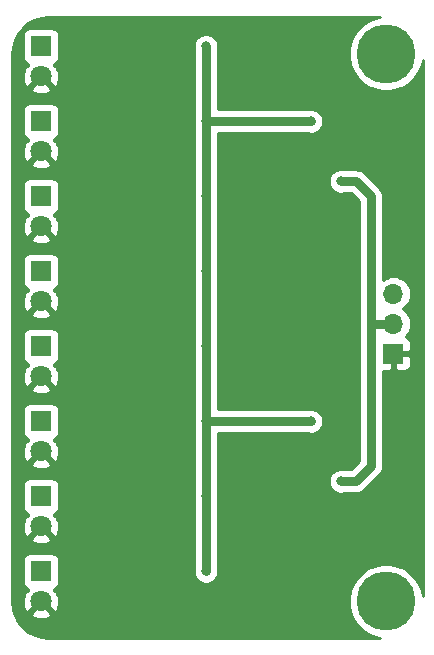
<source format=gbl>
G04 #@! TF.GenerationSoftware,KiCad,Pcbnew,(6.0.0-rc1-dev)*
G04 #@! TF.CreationDate,2018-08-10T23:31:36+02:00*
G04 #@! TF.ProjectId,receiver,72656365697665722E6B696361645F70,rev?*
G04 #@! TF.SameCoordinates,PX6ed25c8PY45a45e8*
G04 #@! TF.FileFunction,Copper,L2,Bot,Signal*
G04 #@! TF.FilePolarity,Positive*
%FSLAX46Y46*%
G04 Gerber Fmt 4.6, Leading zero omitted, Abs format (unit mm)*
G04 Created by KiCad (PCBNEW (6.0.0-rc1-dev)) date Fri Aug 10 23:31:36 2018*
%MOMM*%
%LPD*%
G01*
G04 APERTURE LIST*
G04 #@! TA.AperFunction,ComponentPad*
%ADD10C,5.000000*%
G04 #@! TD*
G04 #@! TA.AperFunction,ComponentPad*
%ADD11R,1.700000X1.700000*%
G04 #@! TD*
G04 #@! TA.AperFunction,ComponentPad*
%ADD12O,1.700000X1.700000*%
G04 #@! TD*
G04 #@! TA.AperFunction,ComponentPad*
%ADD13C,1.800000*%
G04 #@! TD*
G04 #@! TA.AperFunction,ComponentPad*
%ADD14R,1.800000X1.800000*%
G04 #@! TD*
G04 #@! TA.AperFunction,ViaPad*
%ADD15C,0.800000*%
G04 #@! TD*
G04 #@! TA.AperFunction,Conductor*
%ADD16C,0.750000*%
G04 #@! TD*
G04 #@! TA.AperFunction,Conductor*
%ADD17C,0.254000*%
G04 #@! TD*
G04 APERTURE END LIST*
D10*
G04 #@! TO.P,REF\002A\002A,1*
G04 #@! TO.N,N/C*
X32385000Y-50165000D03*
G04 #@! TD*
D11*
G04 #@! TO.P,J1,1*
G04 #@! TO.N,GND*
X33020000Y-29210000D03*
D12*
G04 #@! TO.P,J1,2*
G04 #@! TO.N,trigger*
X33020000Y-26670000D03*
G04 #@! TO.P,J1,3*
G04 #@! TO.N,+5V*
X33020000Y-24130000D03*
G04 #@! TD*
D13*
G04 #@! TO.P,D7,2*
G04 #@! TO.N,GND*
X3175000Y-43815000D03*
D14*
G04 #@! TO.P,D7,1*
G04 #@! TO.N,Net-(D7-Pad1)*
X3175000Y-41275000D03*
G04 #@! TD*
G04 #@! TO.P,D6,1*
G04 #@! TO.N,Net-(D6-Pad1)*
X3175000Y-34925000D03*
D13*
G04 #@! TO.P,D6,2*
G04 #@! TO.N,GND*
X3175000Y-37465000D03*
G04 #@! TD*
G04 #@! TO.P,D5,2*
G04 #@! TO.N,GND*
X3175000Y-31115000D03*
D14*
G04 #@! TO.P,D5,1*
G04 #@! TO.N,Net-(D5-Pad1)*
X3175000Y-28575000D03*
G04 #@! TD*
G04 #@! TO.P,D4,1*
G04 #@! TO.N,Net-(D4-Pad1)*
X3175000Y-22225000D03*
D13*
G04 #@! TO.P,D4,2*
G04 #@! TO.N,GND*
X3175000Y-24765000D03*
G04 #@! TD*
G04 #@! TO.P,D3,2*
G04 #@! TO.N,GND*
X3175000Y-18415000D03*
D14*
G04 #@! TO.P,D3,1*
G04 #@! TO.N,Net-(D3-Pad1)*
X3175000Y-15875000D03*
G04 #@! TD*
G04 #@! TO.P,D2,1*
G04 #@! TO.N,Net-(D2-Pad1)*
X3175000Y-9525000D03*
D13*
G04 #@! TO.P,D2,2*
G04 #@! TO.N,GND*
X3175000Y-12065000D03*
G04 #@! TD*
G04 #@! TO.P,D1,2*
G04 #@! TO.N,GND*
X3175000Y-5715000D03*
D14*
G04 #@! TO.P,D1,1*
G04 #@! TO.N,Net-(D1-Pad1)*
X3175000Y-3175000D03*
G04 #@! TD*
G04 #@! TO.P,D8,1*
G04 #@! TO.N,Net-(D8-Pad1)*
X3175000Y-47625000D03*
D13*
G04 #@! TO.P,D8,2*
G04 #@! TO.N,GND*
X3175000Y-50165000D03*
G04 #@! TD*
D10*
G04 #@! TO.P,REF\002A\002A,1*
G04 #@! TO.N,N/C*
X32385000Y-3810000D03*
G04 #@! TD*
D15*
G04 #@! TO.N,+5V*
X26035000Y-34925000D03*
X26035000Y-9525000D03*
X17145000Y-47625000D03*
X17145000Y-41275000D03*
X17145000Y-34925000D03*
X17145000Y-28575000D03*
X17145000Y-22225000D03*
X17145000Y-15875000D03*
X17145000Y-3175000D03*
X17145000Y-9525000D03*
G04 #@! TO.N,trigger*
X28575000Y-40005000D03*
X28575000Y-14605000D03*
G04 #@! TD*
D16*
G04 #@! TO.N,+5V*
X17145000Y-34925000D02*
X26035000Y-34925000D01*
X17145000Y-9525000D02*
X26035000Y-9525000D01*
X17145000Y-41275000D02*
X17145000Y-47625000D01*
X17145000Y-34925000D02*
X17145000Y-41275000D01*
X17145000Y-28575000D02*
X17145000Y-34925000D01*
X17145000Y-22225000D02*
X17145000Y-28575000D01*
X17145000Y-15875000D02*
X17145000Y-22225000D01*
X17145000Y-10160000D02*
X17145000Y-15875000D01*
X17145000Y-3175000D02*
X17145000Y-10160000D01*
G04 #@! TO.N,trigger*
X29845000Y-14605000D02*
X31115000Y-15875000D01*
X28575000Y-14605000D02*
X29845000Y-14605000D01*
X31115000Y-15875000D02*
X31115000Y-26670000D01*
X29845000Y-40005000D02*
X31115000Y-38735000D01*
X31115000Y-26670000D02*
X31115000Y-38735000D01*
X28575000Y-40005000D02*
X29845000Y-40005000D01*
X31115000Y-26670000D02*
X33020000Y-26670000D01*
G04 #@! TD*
D17*
G04 #@! TO.N,GND*
G36*
X31470554Y-795476D02*
X30900021Y-1031799D01*
X30386554Y-1374886D01*
X29949886Y-1811554D01*
X29606799Y-2325021D01*
X29370476Y-2895554D01*
X29250000Y-3501229D01*
X29250000Y-4118771D01*
X29370476Y-4724446D01*
X29606799Y-5294979D01*
X29949886Y-5808446D01*
X30386554Y-6245114D01*
X30900021Y-6588201D01*
X31470554Y-6824524D01*
X32076229Y-6945000D01*
X32693771Y-6945000D01*
X33299446Y-6824524D01*
X33869979Y-6588201D01*
X34383446Y-6245114D01*
X34820114Y-5808446D01*
X35163201Y-5294979D01*
X35399524Y-4724446D01*
X35485001Y-4294723D01*
X35485000Y-49680272D01*
X35399524Y-49250554D01*
X35163201Y-48680021D01*
X34820114Y-48166554D01*
X34383446Y-47729886D01*
X33869979Y-47386799D01*
X33299446Y-47150476D01*
X32693771Y-47030000D01*
X32076229Y-47030000D01*
X31470554Y-47150476D01*
X30900021Y-47386799D01*
X30386554Y-47729886D01*
X29949886Y-48166554D01*
X29606799Y-48680021D01*
X29370476Y-49250554D01*
X29250000Y-49856229D01*
X29250000Y-50473771D01*
X29370476Y-51079446D01*
X29606799Y-51649979D01*
X29949886Y-52163446D01*
X30386554Y-52600114D01*
X30900021Y-52943201D01*
X31470554Y-53179524D01*
X31900272Y-53265000D01*
X3844720Y-53265000D01*
X3208538Y-53202622D01*
X2629979Y-53027944D01*
X2096373Y-52744221D01*
X1628031Y-52362251D01*
X1242807Y-51896595D01*
X955364Y-51364983D01*
X913296Y-51229080D01*
X2290525Y-51229080D01*
X2374208Y-51483261D01*
X2646775Y-51614158D01*
X2939642Y-51689365D01*
X3241553Y-51705991D01*
X3540907Y-51663397D01*
X3826199Y-51563222D01*
X3975792Y-51483261D01*
X4059475Y-51229080D01*
X3175000Y-50344605D01*
X2290525Y-51229080D01*
X913296Y-51229080D01*
X776652Y-50787657D01*
X718204Y-50231553D01*
X1634009Y-50231553D01*
X1676603Y-50530907D01*
X1776778Y-50816199D01*
X1856739Y-50965792D01*
X2110920Y-51049475D01*
X2995395Y-50165000D01*
X2981253Y-50150858D01*
X3160858Y-49971253D01*
X3175000Y-49985395D01*
X3189143Y-49971253D01*
X3368748Y-50150858D01*
X3354605Y-50165000D01*
X4239080Y-51049475D01*
X4493261Y-50965792D01*
X4624158Y-50693225D01*
X4699365Y-50400358D01*
X4715991Y-50098447D01*
X4673397Y-49799093D01*
X4573222Y-49513801D01*
X4493261Y-49364208D01*
X4239082Y-49280526D01*
X4355030Y-49164578D01*
X4308265Y-49117813D01*
X4319180Y-49114502D01*
X4429494Y-49055537D01*
X4526185Y-48976185D01*
X4605537Y-48879494D01*
X4664502Y-48769180D01*
X4700812Y-48649482D01*
X4713072Y-48525000D01*
X4713072Y-46725000D01*
X4700812Y-46600518D01*
X4664502Y-46480820D01*
X4605537Y-46370506D01*
X4526185Y-46273815D01*
X4429494Y-46194463D01*
X4319180Y-46135498D01*
X4199482Y-46099188D01*
X4075000Y-46086928D01*
X2275000Y-46086928D01*
X2150518Y-46099188D01*
X2030820Y-46135498D01*
X1920506Y-46194463D01*
X1823815Y-46273815D01*
X1744463Y-46370506D01*
X1685498Y-46480820D01*
X1649188Y-46600518D01*
X1636928Y-46725000D01*
X1636928Y-48525000D01*
X1649188Y-48649482D01*
X1685498Y-48769180D01*
X1744463Y-48879494D01*
X1823815Y-48976185D01*
X1920506Y-49055537D01*
X2030820Y-49114502D01*
X2041735Y-49117813D01*
X1994970Y-49164578D01*
X2110918Y-49280526D01*
X1856739Y-49364208D01*
X1725842Y-49636775D01*
X1650635Y-49929642D01*
X1634009Y-50231553D01*
X718204Y-50231553D01*
X710000Y-50153501D01*
X710000Y-44879080D01*
X2290525Y-44879080D01*
X2374208Y-45133261D01*
X2646775Y-45264158D01*
X2939642Y-45339365D01*
X3241553Y-45355991D01*
X3540907Y-45313397D01*
X3826199Y-45213222D01*
X3975792Y-45133261D01*
X4059475Y-44879080D01*
X3175000Y-43994605D01*
X2290525Y-44879080D01*
X710000Y-44879080D01*
X710000Y-43881553D01*
X1634009Y-43881553D01*
X1676603Y-44180907D01*
X1776778Y-44466199D01*
X1856739Y-44615792D01*
X2110920Y-44699475D01*
X2995395Y-43815000D01*
X2981253Y-43800858D01*
X3160858Y-43621253D01*
X3175000Y-43635395D01*
X3189143Y-43621253D01*
X3368748Y-43800858D01*
X3354605Y-43815000D01*
X4239080Y-44699475D01*
X4493261Y-44615792D01*
X4624158Y-44343225D01*
X4699365Y-44050358D01*
X4715991Y-43748447D01*
X4673397Y-43449093D01*
X4573222Y-43163801D01*
X4493261Y-43014208D01*
X4239082Y-42930526D01*
X4355030Y-42814578D01*
X4308265Y-42767813D01*
X4319180Y-42764502D01*
X4429494Y-42705537D01*
X4526185Y-42626185D01*
X4605537Y-42529494D01*
X4664502Y-42419180D01*
X4700812Y-42299482D01*
X4713072Y-42175000D01*
X4713072Y-40375000D01*
X4700812Y-40250518D01*
X4664502Y-40130820D01*
X4605537Y-40020506D01*
X4526185Y-39923815D01*
X4429494Y-39844463D01*
X4319180Y-39785498D01*
X4199482Y-39749188D01*
X4075000Y-39736928D01*
X2275000Y-39736928D01*
X2150518Y-39749188D01*
X2030820Y-39785498D01*
X1920506Y-39844463D01*
X1823815Y-39923815D01*
X1744463Y-40020506D01*
X1685498Y-40130820D01*
X1649188Y-40250518D01*
X1636928Y-40375000D01*
X1636928Y-42175000D01*
X1649188Y-42299482D01*
X1685498Y-42419180D01*
X1744463Y-42529494D01*
X1823815Y-42626185D01*
X1920506Y-42705537D01*
X2030820Y-42764502D01*
X2041735Y-42767813D01*
X1994970Y-42814578D01*
X2110918Y-42930526D01*
X1856739Y-43014208D01*
X1725842Y-43286775D01*
X1650635Y-43579642D01*
X1634009Y-43881553D01*
X710000Y-43881553D01*
X710000Y-38529080D01*
X2290525Y-38529080D01*
X2374208Y-38783261D01*
X2646775Y-38914158D01*
X2939642Y-38989365D01*
X3241553Y-39005991D01*
X3540907Y-38963397D01*
X3826199Y-38863222D01*
X3975792Y-38783261D01*
X4059475Y-38529080D01*
X3175000Y-37644605D01*
X2290525Y-38529080D01*
X710000Y-38529080D01*
X710000Y-37531553D01*
X1634009Y-37531553D01*
X1676603Y-37830907D01*
X1776778Y-38116199D01*
X1856739Y-38265792D01*
X2110920Y-38349475D01*
X2995395Y-37465000D01*
X2981253Y-37450858D01*
X3160858Y-37271253D01*
X3175000Y-37285395D01*
X3189143Y-37271253D01*
X3368748Y-37450858D01*
X3354605Y-37465000D01*
X4239080Y-38349475D01*
X4493261Y-38265792D01*
X4624158Y-37993225D01*
X4699365Y-37700358D01*
X4715991Y-37398447D01*
X4673397Y-37099093D01*
X4573222Y-36813801D01*
X4493261Y-36664208D01*
X4239082Y-36580526D01*
X4355030Y-36464578D01*
X4308265Y-36417813D01*
X4319180Y-36414502D01*
X4429494Y-36355537D01*
X4526185Y-36276185D01*
X4605537Y-36179494D01*
X4664502Y-36069180D01*
X4700812Y-35949482D01*
X4713072Y-35825000D01*
X4713072Y-34025000D01*
X4700812Y-33900518D01*
X4664502Y-33780820D01*
X4605537Y-33670506D01*
X4526185Y-33573815D01*
X4429494Y-33494463D01*
X4319180Y-33435498D01*
X4199482Y-33399188D01*
X4075000Y-33386928D01*
X2275000Y-33386928D01*
X2150518Y-33399188D01*
X2030820Y-33435498D01*
X1920506Y-33494463D01*
X1823815Y-33573815D01*
X1744463Y-33670506D01*
X1685498Y-33780820D01*
X1649188Y-33900518D01*
X1636928Y-34025000D01*
X1636928Y-35825000D01*
X1649188Y-35949482D01*
X1685498Y-36069180D01*
X1744463Y-36179494D01*
X1823815Y-36276185D01*
X1920506Y-36355537D01*
X2030820Y-36414502D01*
X2041735Y-36417813D01*
X1994970Y-36464578D01*
X2110918Y-36580526D01*
X1856739Y-36664208D01*
X1725842Y-36936775D01*
X1650635Y-37229642D01*
X1634009Y-37531553D01*
X710000Y-37531553D01*
X710000Y-32179080D01*
X2290525Y-32179080D01*
X2374208Y-32433261D01*
X2646775Y-32564158D01*
X2939642Y-32639365D01*
X3241553Y-32655991D01*
X3540907Y-32613397D01*
X3826199Y-32513222D01*
X3975792Y-32433261D01*
X4059475Y-32179080D01*
X3175000Y-31294605D01*
X2290525Y-32179080D01*
X710000Y-32179080D01*
X710000Y-31181553D01*
X1634009Y-31181553D01*
X1676603Y-31480907D01*
X1776778Y-31766199D01*
X1856739Y-31915792D01*
X2110920Y-31999475D01*
X2995395Y-31115000D01*
X2981253Y-31100858D01*
X3160858Y-30921253D01*
X3175000Y-30935395D01*
X3189143Y-30921253D01*
X3368748Y-31100858D01*
X3354605Y-31115000D01*
X4239080Y-31999475D01*
X4493261Y-31915792D01*
X4624158Y-31643225D01*
X4699365Y-31350358D01*
X4715991Y-31048447D01*
X4673397Y-30749093D01*
X4573222Y-30463801D01*
X4493261Y-30314208D01*
X4239082Y-30230526D01*
X4355030Y-30114578D01*
X4308265Y-30067813D01*
X4319180Y-30064502D01*
X4429494Y-30005537D01*
X4526185Y-29926185D01*
X4605537Y-29829494D01*
X4664502Y-29719180D01*
X4700812Y-29599482D01*
X4713072Y-29475000D01*
X4713072Y-27675000D01*
X4700812Y-27550518D01*
X4664502Y-27430820D01*
X4605537Y-27320506D01*
X4526185Y-27223815D01*
X4429494Y-27144463D01*
X4319180Y-27085498D01*
X4199482Y-27049188D01*
X4075000Y-27036928D01*
X2275000Y-27036928D01*
X2150518Y-27049188D01*
X2030820Y-27085498D01*
X1920506Y-27144463D01*
X1823815Y-27223815D01*
X1744463Y-27320506D01*
X1685498Y-27430820D01*
X1649188Y-27550518D01*
X1636928Y-27675000D01*
X1636928Y-29475000D01*
X1649188Y-29599482D01*
X1685498Y-29719180D01*
X1744463Y-29829494D01*
X1823815Y-29926185D01*
X1920506Y-30005537D01*
X2030820Y-30064502D01*
X2041735Y-30067813D01*
X1994970Y-30114578D01*
X2110918Y-30230526D01*
X1856739Y-30314208D01*
X1725842Y-30586775D01*
X1650635Y-30879642D01*
X1634009Y-31181553D01*
X710000Y-31181553D01*
X710000Y-25829080D01*
X2290525Y-25829080D01*
X2374208Y-26083261D01*
X2646775Y-26214158D01*
X2939642Y-26289365D01*
X3241553Y-26305991D01*
X3540907Y-26263397D01*
X3826199Y-26163222D01*
X3975792Y-26083261D01*
X4059475Y-25829080D01*
X3175000Y-24944605D01*
X2290525Y-25829080D01*
X710000Y-25829080D01*
X710000Y-24831553D01*
X1634009Y-24831553D01*
X1676603Y-25130907D01*
X1776778Y-25416199D01*
X1856739Y-25565792D01*
X2110920Y-25649475D01*
X2995395Y-24765000D01*
X2981253Y-24750858D01*
X3160858Y-24571253D01*
X3175000Y-24585395D01*
X3189143Y-24571253D01*
X3368748Y-24750858D01*
X3354605Y-24765000D01*
X4239080Y-25649475D01*
X4493261Y-25565792D01*
X4624158Y-25293225D01*
X4699365Y-25000358D01*
X4715991Y-24698447D01*
X4673397Y-24399093D01*
X4573222Y-24113801D01*
X4493261Y-23964208D01*
X4239082Y-23880526D01*
X4355030Y-23764578D01*
X4308265Y-23717813D01*
X4319180Y-23714502D01*
X4429494Y-23655537D01*
X4526185Y-23576185D01*
X4605537Y-23479494D01*
X4664502Y-23369180D01*
X4700812Y-23249482D01*
X4713072Y-23125000D01*
X4713072Y-21325000D01*
X4700812Y-21200518D01*
X4664502Y-21080820D01*
X4605537Y-20970506D01*
X4526185Y-20873815D01*
X4429494Y-20794463D01*
X4319180Y-20735498D01*
X4199482Y-20699188D01*
X4075000Y-20686928D01*
X2275000Y-20686928D01*
X2150518Y-20699188D01*
X2030820Y-20735498D01*
X1920506Y-20794463D01*
X1823815Y-20873815D01*
X1744463Y-20970506D01*
X1685498Y-21080820D01*
X1649188Y-21200518D01*
X1636928Y-21325000D01*
X1636928Y-23125000D01*
X1649188Y-23249482D01*
X1685498Y-23369180D01*
X1744463Y-23479494D01*
X1823815Y-23576185D01*
X1920506Y-23655537D01*
X2030820Y-23714502D01*
X2041735Y-23717813D01*
X1994970Y-23764578D01*
X2110918Y-23880526D01*
X1856739Y-23964208D01*
X1725842Y-24236775D01*
X1650635Y-24529642D01*
X1634009Y-24831553D01*
X710000Y-24831553D01*
X710000Y-19479080D01*
X2290525Y-19479080D01*
X2374208Y-19733261D01*
X2646775Y-19864158D01*
X2939642Y-19939365D01*
X3241553Y-19955991D01*
X3540907Y-19913397D01*
X3826199Y-19813222D01*
X3975792Y-19733261D01*
X4059475Y-19479080D01*
X3175000Y-18594605D01*
X2290525Y-19479080D01*
X710000Y-19479080D01*
X710000Y-18481553D01*
X1634009Y-18481553D01*
X1676603Y-18780907D01*
X1776778Y-19066199D01*
X1856739Y-19215792D01*
X2110920Y-19299475D01*
X2995395Y-18415000D01*
X2981253Y-18400858D01*
X3160858Y-18221253D01*
X3175000Y-18235395D01*
X3189143Y-18221253D01*
X3368748Y-18400858D01*
X3354605Y-18415000D01*
X4239080Y-19299475D01*
X4493261Y-19215792D01*
X4624158Y-18943225D01*
X4699365Y-18650358D01*
X4715991Y-18348447D01*
X4673397Y-18049093D01*
X4573222Y-17763801D01*
X4493261Y-17614208D01*
X4239082Y-17530526D01*
X4355030Y-17414578D01*
X4308265Y-17367813D01*
X4319180Y-17364502D01*
X4429494Y-17305537D01*
X4526185Y-17226185D01*
X4605537Y-17129494D01*
X4664502Y-17019180D01*
X4700812Y-16899482D01*
X4713072Y-16775000D01*
X4713072Y-14975000D01*
X4700812Y-14850518D01*
X4664502Y-14730820D01*
X4605537Y-14620506D01*
X4526185Y-14523815D01*
X4429494Y-14444463D01*
X4319180Y-14385498D01*
X4199482Y-14349188D01*
X4075000Y-14336928D01*
X2275000Y-14336928D01*
X2150518Y-14349188D01*
X2030820Y-14385498D01*
X1920506Y-14444463D01*
X1823815Y-14523815D01*
X1744463Y-14620506D01*
X1685498Y-14730820D01*
X1649188Y-14850518D01*
X1636928Y-14975000D01*
X1636928Y-16775000D01*
X1649188Y-16899482D01*
X1685498Y-17019180D01*
X1744463Y-17129494D01*
X1823815Y-17226185D01*
X1920506Y-17305537D01*
X2030820Y-17364502D01*
X2041735Y-17367813D01*
X1994970Y-17414578D01*
X2110918Y-17530526D01*
X1856739Y-17614208D01*
X1725842Y-17886775D01*
X1650635Y-18179642D01*
X1634009Y-18481553D01*
X710000Y-18481553D01*
X710000Y-13129080D01*
X2290525Y-13129080D01*
X2374208Y-13383261D01*
X2646775Y-13514158D01*
X2939642Y-13589365D01*
X3241553Y-13605991D01*
X3540907Y-13563397D01*
X3826199Y-13463222D01*
X3975792Y-13383261D01*
X4059475Y-13129080D01*
X3175000Y-12244605D01*
X2290525Y-13129080D01*
X710000Y-13129080D01*
X710000Y-12131553D01*
X1634009Y-12131553D01*
X1676603Y-12430907D01*
X1776778Y-12716199D01*
X1856739Y-12865792D01*
X2110920Y-12949475D01*
X2995395Y-12065000D01*
X2981253Y-12050858D01*
X3160858Y-11871253D01*
X3175000Y-11885395D01*
X3189143Y-11871253D01*
X3368748Y-12050858D01*
X3354605Y-12065000D01*
X4239080Y-12949475D01*
X4493261Y-12865792D01*
X4624158Y-12593225D01*
X4699365Y-12300358D01*
X4715991Y-11998447D01*
X4673397Y-11699093D01*
X4573222Y-11413801D01*
X4493261Y-11264208D01*
X4239082Y-11180526D01*
X4355030Y-11064578D01*
X4308265Y-11017813D01*
X4319180Y-11014502D01*
X4429494Y-10955537D01*
X4526185Y-10876185D01*
X4605537Y-10779494D01*
X4664502Y-10669180D01*
X4700812Y-10549482D01*
X4713072Y-10425000D01*
X4713072Y-8625000D01*
X4700812Y-8500518D01*
X4664502Y-8380820D01*
X4605537Y-8270506D01*
X4526185Y-8173815D01*
X4429494Y-8094463D01*
X4319180Y-8035498D01*
X4199482Y-7999188D01*
X4075000Y-7986928D01*
X2275000Y-7986928D01*
X2150518Y-7999188D01*
X2030820Y-8035498D01*
X1920506Y-8094463D01*
X1823815Y-8173815D01*
X1744463Y-8270506D01*
X1685498Y-8380820D01*
X1649188Y-8500518D01*
X1636928Y-8625000D01*
X1636928Y-10425000D01*
X1649188Y-10549482D01*
X1685498Y-10669180D01*
X1744463Y-10779494D01*
X1823815Y-10876185D01*
X1920506Y-10955537D01*
X2030820Y-11014502D01*
X2041735Y-11017813D01*
X1994970Y-11064578D01*
X2110918Y-11180526D01*
X1856739Y-11264208D01*
X1725842Y-11536775D01*
X1650635Y-11829642D01*
X1634009Y-12131553D01*
X710000Y-12131553D01*
X710000Y-6779080D01*
X2290525Y-6779080D01*
X2374208Y-7033261D01*
X2646775Y-7164158D01*
X2939642Y-7239365D01*
X3241553Y-7255991D01*
X3540907Y-7213397D01*
X3826199Y-7113222D01*
X3975792Y-7033261D01*
X4059475Y-6779080D01*
X3175000Y-5894605D01*
X2290525Y-6779080D01*
X710000Y-6779080D01*
X710000Y-5781553D01*
X1634009Y-5781553D01*
X1676603Y-6080907D01*
X1776778Y-6366199D01*
X1856739Y-6515792D01*
X2110920Y-6599475D01*
X2995395Y-5715000D01*
X2981253Y-5700858D01*
X3160858Y-5521253D01*
X3175000Y-5535395D01*
X3189143Y-5521253D01*
X3368748Y-5700858D01*
X3354605Y-5715000D01*
X4239080Y-6599475D01*
X4493261Y-6515792D01*
X4624158Y-6243225D01*
X4699365Y-5950358D01*
X4715991Y-5648447D01*
X4673397Y-5349093D01*
X4573222Y-5063801D01*
X4493261Y-4914208D01*
X4239082Y-4830526D01*
X4355030Y-4714578D01*
X4308265Y-4667813D01*
X4319180Y-4664502D01*
X4429494Y-4605537D01*
X4526185Y-4526185D01*
X4605537Y-4429494D01*
X4664502Y-4319180D01*
X4700812Y-4199482D01*
X4713072Y-4075000D01*
X4713072Y-3073061D01*
X16110000Y-3073061D01*
X16110000Y-3276939D01*
X16135000Y-3402624D01*
X16135001Y-9297372D01*
X16110000Y-9423061D01*
X16110000Y-9626939D01*
X16135001Y-9752628D01*
X16135001Y-10110383D01*
X16135000Y-10110393D01*
X16135001Y-15647372D01*
X16110000Y-15773061D01*
X16110000Y-15976939D01*
X16135000Y-16102624D01*
X16135001Y-21997372D01*
X16110000Y-22123061D01*
X16110000Y-22326939D01*
X16135000Y-22452624D01*
X16135001Y-28347372D01*
X16110000Y-28473061D01*
X16110000Y-28676939D01*
X16135000Y-28802624D01*
X16135001Y-34697372D01*
X16110000Y-34823061D01*
X16110000Y-35026939D01*
X16135000Y-35152624D01*
X16135001Y-41047372D01*
X16110000Y-41173061D01*
X16110000Y-41376939D01*
X16135000Y-41502624D01*
X16135001Y-47397372D01*
X16110000Y-47523061D01*
X16110000Y-47726939D01*
X16149774Y-47926898D01*
X16227795Y-48115256D01*
X16341063Y-48284774D01*
X16485226Y-48428937D01*
X16654744Y-48542205D01*
X16843102Y-48620226D01*
X17043061Y-48660000D01*
X17246939Y-48660000D01*
X17446898Y-48620226D01*
X17635256Y-48542205D01*
X17804774Y-48428937D01*
X17948937Y-48284774D01*
X18062205Y-48115256D01*
X18140226Y-47926898D01*
X18180000Y-47726939D01*
X18180000Y-47523061D01*
X18155000Y-47397377D01*
X18155000Y-41502623D01*
X18180000Y-41376939D01*
X18180000Y-41173061D01*
X18155000Y-41047377D01*
X18155000Y-35935000D01*
X25807377Y-35935000D01*
X25933061Y-35960000D01*
X26136939Y-35960000D01*
X26336898Y-35920226D01*
X26525256Y-35842205D01*
X26694774Y-35728937D01*
X26838937Y-35584774D01*
X26952205Y-35415256D01*
X27030226Y-35226898D01*
X27070000Y-35026939D01*
X27070000Y-34823061D01*
X27030226Y-34623102D01*
X26952205Y-34434744D01*
X26838937Y-34265226D01*
X26694774Y-34121063D01*
X26525256Y-34007795D01*
X26336898Y-33929774D01*
X26136939Y-33890000D01*
X25933061Y-33890000D01*
X25807377Y-33915000D01*
X18155000Y-33915000D01*
X18155000Y-28802623D01*
X18180000Y-28676939D01*
X18180000Y-28473061D01*
X18155000Y-28347377D01*
X18155000Y-22452623D01*
X18180000Y-22326939D01*
X18180000Y-22123061D01*
X18155000Y-21997377D01*
X18155000Y-16102623D01*
X18180000Y-15976939D01*
X18180000Y-15773061D01*
X18155000Y-15647377D01*
X18155000Y-14503061D01*
X27540000Y-14503061D01*
X27540000Y-14706939D01*
X27579774Y-14906898D01*
X27657795Y-15095256D01*
X27771063Y-15264774D01*
X27915226Y-15408937D01*
X28084744Y-15522205D01*
X28273102Y-15600226D01*
X28473061Y-15640000D01*
X28676939Y-15640000D01*
X28802623Y-15615000D01*
X29426645Y-15615000D01*
X30105000Y-16293355D01*
X30105001Y-26620382D01*
X30100114Y-26670000D01*
X30105000Y-26719608D01*
X30105001Y-38316644D01*
X29426645Y-38995000D01*
X28802623Y-38995000D01*
X28676939Y-38970000D01*
X28473061Y-38970000D01*
X28273102Y-39009774D01*
X28084744Y-39087795D01*
X27915226Y-39201063D01*
X27771063Y-39345226D01*
X27657795Y-39514744D01*
X27579774Y-39703102D01*
X27540000Y-39903061D01*
X27540000Y-40106939D01*
X27579774Y-40306898D01*
X27657795Y-40495256D01*
X27771063Y-40664774D01*
X27915226Y-40808937D01*
X28084744Y-40922205D01*
X28273102Y-41000226D01*
X28473061Y-41040000D01*
X28676939Y-41040000D01*
X28802623Y-41015000D01*
X29795392Y-41015000D01*
X29845000Y-41019886D01*
X30042994Y-41000385D01*
X30043518Y-41000226D01*
X30233380Y-40942632D01*
X30408840Y-40848847D01*
X30562633Y-40722633D01*
X30594261Y-40684094D01*
X31794094Y-39484261D01*
X31832633Y-39452633D01*
X31958847Y-39298840D01*
X32052632Y-39123380D01*
X32110385Y-38932994D01*
X32125000Y-38784608D01*
X32125000Y-38784606D01*
X32129886Y-38735001D01*
X32125000Y-38685396D01*
X32125000Y-30695000D01*
X32734250Y-30695000D01*
X32893000Y-30536250D01*
X32893000Y-29337000D01*
X33147000Y-29337000D01*
X33147000Y-30536250D01*
X33305750Y-30695000D01*
X33932542Y-30695000D01*
X34055223Y-30670597D01*
X34170785Y-30622730D01*
X34274789Y-30553237D01*
X34363237Y-30464789D01*
X34432730Y-30360785D01*
X34480597Y-30245223D01*
X34505000Y-30122542D01*
X34505000Y-29495750D01*
X34346250Y-29337000D01*
X33147000Y-29337000D01*
X32893000Y-29337000D01*
X32873000Y-29337000D01*
X32873000Y-29083000D01*
X32893000Y-29083000D01*
X32893000Y-29063000D01*
X33147000Y-29063000D01*
X33147000Y-29083000D01*
X34346250Y-29083000D01*
X34505000Y-28924250D01*
X34505000Y-28297458D01*
X34480597Y-28174777D01*
X34432730Y-28059215D01*
X34363237Y-27955211D01*
X34274789Y-27866763D01*
X34170785Y-27797270D01*
X34055223Y-27749403D01*
X34047447Y-27747856D01*
X34075134Y-27725134D01*
X34260706Y-27499014D01*
X34398599Y-27241034D01*
X34483513Y-26961111D01*
X34512185Y-26670000D01*
X34483513Y-26378889D01*
X34398599Y-26098966D01*
X34260706Y-25840986D01*
X34075134Y-25614866D01*
X33849014Y-25429294D01*
X33794209Y-25400000D01*
X33849014Y-25370706D01*
X34075134Y-25185134D01*
X34260706Y-24959014D01*
X34398599Y-24701034D01*
X34483513Y-24421111D01*
X34512185Y-24130000D01*
X34483513Y-23838889D01*
X34398599Y-23558966D01*
X34260706Y-23300986D01*
X34075134Y-23074866D01*
X33849014Y-22889294D01*
X33591034Y-22751401D01*
X33311111Y-22666487D01*
X33092950Y-22645000D01*
X32947050Y-22645000D01*
X32728889Y-22666487D01*
X32448966Y-22751401D01*
X32190986Y-22889294D01*
X32125000Y-22943447D01*
X32125000Y-15924604D01*
X32129886Y-15874999D01*
X32125000Y-15825392D01*
X32110385Y-15677006D01*
X32052632Y-15486620D01*
X31958847Y-15311160D01*
X31832633Y-15157367D01*
X31794094Y-15125739D01*
X30594261Y-13925906D01*
X30562633Y-13887367D01*
X30408840Y-13761153D01*
X30233380Y-13667368D01*
X30042994Y-13609615D01*
X29894608Y-13595000D01*
X29845000Y-13590114D01*
X29795392Y-13595000D01*
X28802623Y-13595000D01*
X28676939Y-13570000D01*
X28473061Y-13570000D01*
X28273102Y-13609774D01*
X28084744Y-13687795D01*
X27915226Y-13801063D01*
X27771063Y-13945226D01*
X27657795Y-14114744D01*
X27579774Y-14303102D01*
X27540000Y-14503061D01*
X18155000Y-14503061D01*
X18155000Y-10535000D01*
X25807377Y-10535000D01*
X25933061Y-10560000D01*
X26136939Y-10560000D01*
X26336898Y-10520226D01*
X26525256Y-10442205D01*
X26694774Y-10328937D01*
X26838937Y-10184774D01*
X26952205Y-10015256D01*
X27030226Y-9826898D01*
X27070000Y-9626939D01*
X27070000Y-9423061D01*
X27030226Y-9223102D01*
X26952205Y-9034744D01*
X26838937Y-8865226D01*
X26694774Y-8721063D01*
X26525256Y-8607795D01*
X26336898Y-8529774D01*
X26136939Y-8490000D01*
X25933061Y-8490000D01*
X25807377Y-8515000D01*
X18155000Y-8515000D01*
X18155000Y-3402623D01*
X18180000Y-3276939D01*
X18180000Y-3073061D01*
X18140226Y-2873102D01*
X18062205Y-2684744D01*
X17948937Y-2515226D01*
X17804774Y-2371063D01*
X17635256Y-2257795D01*
X17446898Y-2179774D01*
X17246939Y-2140000D01*
X17043061Y-2140000D01*
X16843102Y-2179774D01*
X16654744Y-2257795D01*
X16485226Y-2371063D01*
X16341063Y-2515226D01*
X16227795Y-2684744D01*
X16149774Y-2873102D01*
X16110000Y-3073061D01*
X4713072Y-3073061D01*
X4713072Y-2275000D01*
X4700812Y-2150518D01*
X4664502Y-2030820D01*
X4605537Y-1920506D01*
X4526185Y-1823815D01*
X4429494Y-1744463D01*
X4319180Y-1685498D01*
X4199482Y-1649188D01*
X4075000Y-1636928D01*
X2275000Y-1636928D01*
X2150518Y-1649188D01*
X2030820Y-1685498D01*
X1920506Y-1744463D01*
X1823815Y-1823815D01*
X1744463Y-1920506D01*
X1685498Y-2030820D01*
X1649188Y-2150518D01*
X1636928Y-2275000D01*
X1636928Y-4075000D01*
X1649188Y-4199482D01*
X1685498Y-4319180D01*
X1744463Y-4429494D01*
X1823815Y-4526185D01*
X1920506Y-4605537D01*
X2030820Y-4664502D01*
X2041735Y-4667813D01*
X1994970Y-4714578D01*
X2110918Y-4830526D01*
X1856739Y-4914208D01*
X1725842Y-5186775D01*
X1650635Y-5479642D01*
X1634009Y-5781553D01*
X710000Y-5781553D01*
X710000Y-3844720D01*
X772378Y-3208538D01*
X947056Y-2629978D01*
X1230778Y-2096373D01*
X1612749Y-1628031D01*
X2078409Y-1242804D01*
X2610021Y-955363D01*
X3187343Y-776652D01*
X3821498Y-710000D01*
X31900272Y-710000D01*
X31470554Y-795476D01*
X31470554Y-795476D01*
G37*
X31470554Y-795476D02*
X30900021Y-1031799D01*
X30386554Y-1374886D01*
X29949886Y-1811554D01*
X29606799Y-2325021D01*
X29370476Y-2895554D01*
X29250000Y-3501229D01*
X29250000Y-4118771D01*
X29370476Y-4724446D01*
X29606799Y-5294979D01*
X29949886Y-5808446D01*
X30386554Y-6245114D01*
X30900021Y-6588201D01*
X31470554Y-6824524D01*
X32076229Y-6945000D01*
X32693771Y-6945000D01*
X33299446Y-6824524D01*
X33869979Y-6588201D01*
X34383446Y-6245114D01*
X34820114Y-5808446D01*
X35163201Y-5294979D01*
X35399524Y-4724446D01*
X35485001Y-4294723D01*
X35485000Y-49680272D01*
X35399524Y-49250554D01*
X35163201Y-48680021D01*
X34820114Y-48166554D01*
X34383446Y-47729886D01*
X33869979Y-47386799D01*
X33299446Y-47150476D01*
X32693771Y-47030000D01*
X32076229Y-47030000D01*
X31470554Y-47150476D01*
X30900021Y-47386799D01*
X30386554Y-47729886D01*
X29949886Y-48166554D01*
X29606799Y-48680021D01*
X29370476Y-49250554D01*
X29250000Y-49856229D01*
X29250000Y-50473771D01*
X29370476Y-51079446D01*
X29606799Y-51649979D01*
X29949886Y-52163446D01*
X30386554Y-52600114D01*
X30900021Y-52943201D01*
X31470554Y-53179524D01*
X31900272Y-53265000D01*
X3844720Y-53265000D01*
X3208538Y-53202622D01*
X2629979Y-53027944D01*
X2096373Y-52744221D01*
X1628031Y-52362251D01*
X1242807Y-51896595D01*
X955364Y-51364983D01*
X913296Y-51229080D01*
X2290525Y-51229080D01*
X2374208Y-51483261D01*
X2646775Y-51614158D01*
X2939642Y-51689365D01*
X3241553Y-51705991D01*
X3540907Y-51663397D01*
X3826199Y-51563222D01*
X3975792Y-51483261D01*
X4059475Y-51229080D01*
X3175000Y-50344605D01*
X2290525Y-51229080D01*
X913296Y-51229080D01*
X776652Y-50787657D01*
X718204Y-50231553D01*
X1634009Y-50231553D01*
X1676603Y-50530907D01*
X1776778Y-50816199D01*
X1856739Y-50965792D01*
X2110920Y-51049475D01*
X2995395Y-50165000D01*
X2981253Y-50150858D01*
X3160858Y-49971253D01*
X3175000Y-49985395D01*
X3189143Y-49971253D01*
X3368748Y-50150858D01*
X3354605Y-50165000D01*
X4239080Y-51049475D01*
X4493261Y-50965792D01*
X4624158Y-50693225D01*
X4699365Y-50400358D01*
X4715991Y-50098447D01*
X4673397Y-49799093D01*
X4573222Y-49513801D01*
X4493261Y-49364208D01*
X4239082Y-49280526D01*
X4355030Y-49164578D01*
X4308265Y-49117813D01*
X4319180Y-49114502D01*
X4429494Y-49055537D01*
X4526185Y-48976185D01*
X4605537Y-48879494D01*
X4664502Y-48769180D01*
X4700812Y-48649482D01*
X4713072Y-48525000D01*
X4713072Y-46725000D01*
X4700812Y-46600518D01*
X4664502Y-46480820D01*
X4605537Y-46370506D01*
X4526185Y-46273815D01*
X4429494Y-46194463D01*
X4319180Y-46135498D01*
X4199482Y-46099188D01*
X4075000Y-46086928D01*
X2275000Y-46086928D01*
X2150518Y-46099188D01*
X2030820Y-46135498D01*
X1920506Y-46194463D01*
X1823815Y-46273815D01*
X1744463Y-46370506D01*
X1685498Y-46480820D01*
X1649188Y-46600518D01*
X1636928Y-46725000D01*
X1636928Y-48525000D01*
X1649188Y-48649482D01*
X1685498Y-48769180D01*
X1744463Y-48879494D01*
X1823815Y-48976185D01*
X1920506Y-49055537D01*
X2030820Y-49114502D01*
X2041735Y-49117813D01*
X1994970Y-49164578D01*
X2110918Y-49280526D01*
X1856739Y-49364208D01*
X1725842Y-49636775D01*
X1650635Y-49929642D01*
X1634009Y-50231553D01*
X718204Y-50231553D01*
X710000Y-50153501D01*
X710000Y-44879080D01*
X2290525Y-44879080D01*
X2374208Y-45133261D01*
X2646775Y-45264158D01*
X2939642Y-45339365D01*
X3241553Y-45355991D01*
X3540907Y-45313397D01*
X3826199Y-45213222D01*
X3975792Y-45133261D01*
X4059475Y-44879080D01*
X3175000Y-43994605D01*
X2290525Y-44879080D01*
X710000Y-44879080D01*
X710000Y-43881553D01*
X1634009Y-43881553D01*
X1676603Y-44180907D01*
X1776778Y-44466199D01*
X1856739Y-44615792D01*
X2110920Y-44699475D01*
X2995395Y-43815000D01*
X2981253Y-43800858D01*
X3160858Y-43621253D01*
X3175000Y-43635395D01*
X3189143Y-43621253D01*
X3368748Y-43800858D01*
X3354605Y-43815000D01*
X4239080Y-44699475D01*
X4493261Y-44615792D01*
X4624158Y-44343225D01*
X4699365Y-44050358D01*
X4715991Y-43748447D01*
X4673397Y-43449093D01*
X4573222Y-43163801D01*
X4493261Y-43014208D01*
X4239082Y-42930526D01*
X4355030Y-42814578D01*
X4308265Y-42767813D01*
X4319180Y-42764502D01*
X4429494Y-42705537D01*
X4526185Y-42626185D01*
X4605537Y-42529494D01*
X4664502Y-42419180D01*
X4700812Y-42299482D01*
X4713072Y-42175000D01*
X4713072Y-40375000D01*
X4700812Y-40250518D01*
X4664502Y-40130820D01*
X4605537Y-40020506D01*
X4526185Y-39923815D01*
X4429494Y-39844463D01*
X4319180Y-39785498D01*
X4199482Y-39749188D01*
X4075000Y-39736928D01*
X2275000Y-39736928D01*
X2150518Y-39749188D01*
X2030820Y-39785498D01*
X1920506Y-39844463D01*
X1823815Y-39923815D01*
X1744463Y-40020506D01*
X1685498Y-40130820D01*
X1649188Y-40250518D01*
X1636928Y-40375000D01*
X1636928Y-42175000D01*
X1649188Y-42299482D01*
X1685498Y-42419180D01*
X1744463Y-42529494D01*
X1823815Y-42626185D01*
X1920506Y-42705537D01*
X2030820Y-42764502D01*
X2041735Y-42767813D01*
X1994970Y-42814578D01*
X2110918Y-42930526D01*
X1856739Y-43014208D01*
X1725842Y-43286775D01*
X1650635Y-43579642D01*
X1634009Y-43881553D01*
X710000Y-43881553D01*
X710000Y-38529080D01*
X2290525Y-38529080D01*
X2374208Y-38783261D01*
X2646775Y-38914158D01*
X2939642Y-38989365D01*
X3241553Y-39005991D01*
X3540907Y-38963397D01*
X3826199Y-38863222D01*
X3975792Y-38783261D01*
X4059475Y-38529080D01*
X3175000Y-37644605D01*
X2290525Y-38529080D01*
X710000Y-38529080D01*
X710000Y-37531553D01*
X1634009Y-37531553D01*
X1676603Y-37830907D01*
X1776778Y-38116199D01*
X1856739Y-38265792D01*
X2110920Y-38349475D01*
X2995395Y-37465000D01*
X2981253Y-37450858D01*
X3160858Y-37271253D01*
X3175000Y-37285395D01*
X3189143Y-37271253D01*
X3368748Y-37450858D01*
X3354605Y-37465000D01*
X4239080Y-38349475D01*
X4493261Y-38265792D01*
X4624158Y-37993225D01*
X4699365Y-37700358D01*
X4715991Y-37398447D01*
X4673397Y-37099093D01*
X4573222Y-36813801D01*
X4493261Y-36664208D01*
X4239082Y-36580526D01*
X4355030Y-36464578D01*
X4308265Y-36417813D01*
X4319180Y-36414502D01*
X4429494Y-36355537D01*
X4526185Y-36276185D01*
X4605537Y-36179494D01*
X4664502Y-36069180D01*
X4700812Y-35949482D01*
X4713072Y-35825000D01*
X4713072Y-34025000D01*
X4700812Y-33900518D01*
X4664502Y-33780820D01*
X4605537Y-33670506D01*
X4526185Y-33573815D01*
X4429494Y-33494463D01*
X4319180Y-33435498D01*
X4199482Y-33399188D01*
X4075000Y-33386928D01*
X2275000Y-33386928D01*
X2150518Y-33399188D01*
X2030820Y-33435498D01*
X1920506Y-33494463D01*
X1823815Y-33573815D01*
X1744463Y-33670506D01*
X1685498Y-33780820D01*
X1649188Y-33900518D01*
X1636928Y-34025000D01*
X1636928Y-35825000D01*
X1649188Y-35949482D01*
X1685498Y-36069180D01*
X1744463Y-36179494D01*
X1823815Y-36276185D01*
X1920506Y-36355537D01*
X2030820Y-36414502D01*
X2041735Y-36417813D01*
X1994970Y-36464578D01*
X2110918Y-36580526D01*
X1856739Y-36664208D01*
X1725842Y-36936775D01*
X1650635Y-37229642D01*
X1634009Y-37531553D01*
X710000Y-37531553D01*
X710000Y-32179080D01*
X2290525Y-32179080D01*
X2374208Y-32433261D01*
X2646775Y-32564158D01*
X2939642Y-32639365D01*
X3241553Y-32655991D01*
X3540907Y-32613397D01*
X3826199Y-32513222D01*
X3975792Y-32433261D01*
X4059475Y-32179080D01*
X3175000Y-31294605D01*
X2290525Y-32179080D01*
X710000Y-32179080D01*
X710000Y-31181553D01*
X1634009Y-31181553D01*
X1676603Y-31480907D01*
X1776778Y-31766199D01*
X1856739Y-31915792D01*
X2110920Y-31999475D01*
X2995395Y-31115000D01*
X2981253Y-31100858D01*
X3160858Y-30921253D01*
X3175000Y-30935395D01*
X3189143Y-30921253D01*
X3368748Y-31100858D01*
X3354605Y-31115000D01*
X4239080Y-31999475D01*
X4493261Y-31915792D01*
X4624158Y-31643225D01*
X4699365Y-31350358D01*
X4715991Y-31048447D01*
X4673397Y-30749093D01*
X4573222Y-30463801D01*
X4493261Y-30314208D01*
X4239082Y-30230526D01*
X4355030Y-30114578D01*
X4308265Y-30067813D01*
X4319180Y-30064502D01*
X4429494Y-30005537D01*
X4526185Y-29926185D01*
X4605537Y-29829494D01*
X4664502Y-29719180D01*
X4700812Y-29599482D01*
X4713072Y-29475000D01*
X4713072Y-27675000D01*
X4700812Y-27550518D01*
X4664502Y-27430820D01*
X4605537Y-27320506D01*
X4526185Y-27223815D01*
X4429494Y-27144463D01*
X4319180Y-27085498D01*
X4199482Y-27049188D01*
X4075000Y-27036928D01*
X2275000Y-27036928D01*
X2150518Y-27049188D01*
X2030820Y-27085498D01*
X1920506Y-27144463D01*
X1823815Y-27223815D01*
X1744463Y-27320506D01*
X1685498Y-27430820D01*
X1649188Y-27550518D01*
X1636928Y-27675000D01*
X1636928Y-29475000D01*
X1649188Y-29599482D01*
X1685498Y-29719180D01*
X1744463Y-29829494D01*
X1823815Y-29926185D01*
X1920506Y-30005537D01*
X2030820Y-30064502D01*
X2041735Y-30067813D01*
X1994970Y-30114578D01*
X2110918Y-30230526D01*
X1856739Y-30314208D01*
X1725842Y-30586775D01*
X1650635Y-30879642D01*
X1634009Y-31181553D01*
X710000Y-31181553D01*
X710000Y-25829080D01*
X2290525Y-25829080D01*
X2374208Y-26083261D01*
X2646775Y-26214158D01*
X2939642Y-26289365D01*
X3241553Y-26305991D01*
X3540907Y-26263397D01*
X3826199Y-26163222D01*
X3975792Y-26083261D01*
X4059475Y-25829080D01*
X3175000Y-24944605D01*
X2290525Y-25829080D01*
X710000Y-25829080D01*
X710000Y-24831553D01*
X1634009Y-24831553D01*
X1676603Y-25130907D01*
X1776778Y-25416199D01*
X1856739Y-25565792D01*
X2110920Y-25649475D01*
X2995395Y-24765000D01*
X2981253Y-24750858D01*
X3160858Y-24571253D01*
X3175000Y-24585395D01*
X3189143Y-24571253D01*
X3368748Y-24750858D01*
X3354605Y-24765000D01*
X4239080Y-25649475D01*
X4493261Y-25565792D01*
X4624158Y-25293225D01*
X4699365Y-25000358D01*
X4715991Y-24698447D01*
X4673397Y-24399093D01*
X4573222Y-24113801D01*
X4493261Y-23964208D01*
X4239082Y-23880526D01*
X4355030Y-23764578D01*
X4308265Y-23717813D01*
X4319180Y-23714502D01*
X4429494Y-23655537D01*
X4526185Y-23576185D01*
X4605537Y-23479494D01*
X4664502Y-23369180D01*
X4700812Y-23249482D01*
X4713072Y-23125000D01*
X4713072Y-21325000D01*
X4700812Y-21200518D01*
X4664502Y-21080820D01*
X4605537Y-20970506D01*
X4526185Y-20873815D01*
X4429494Y-20794463D01*
X4319180Y-20735498D01*
X4199482Y-20699188D01*
X4075000Y-20686928D01*
X2275000Y-20686928D01*
X2150518Y-20699188D01*
X2030820Y-20735498D01*
X1920506Y-20794463D01*
X1823815Y-20873815D01*
X1744463Y-20970506D01*
X1685498Y-21080820D01*
X1649188Y-21200518D01*
X1636928Y-21325000D01*
X1636928Y-23125000D01*
X1649188Y-23249482D01*
X1685498Y-23369180D01*
X1744463Y-23479494D01*
X1823815Y-23576185D01*
X1920506Y-23655537D01*
X2030820Y-23714502D01*
X2041735Y-23717813D01*
X1994970Y-23764578D01*
X2110918Y-23880526D01*
X1856739Y-23964208D01*
X1725842Y-24236775D01*
X1650635Y-24529642D01*
X1634009Y-24831553D01*
X710000Y-24831553D01*
X710000Y-19479080D01*
X2290525Y-19479080D01*
X2374208Y-19733261D01*
X2646775Y-19864158D01*
X2939642Y-19939365D01*
X3241553Y-19955991D01*
X3540907Y-19913397D01*
X3826199Y-19813222D01*
X3975792Y-19733261D01*
X4059475Y-19479080D01*
X3175000Y-18594605D01*
X2290525Y-19479080D01*
X710000Y-19479080D01*
X710000Y-18481553D01*
X1634009Y-18481553D01*
X1676603Y-18780907D01*
X1776778Y-19066199D01*
X1856739Y-19215792D01*
X2110920Y-19299475D01*
X2995395Y-18415000D01*
X2981253Y-18400858D01*
X3160858Y-18221253D01*
X3175000Y-18235395D01*
X3189143Y-18221253D01*
X3368748Y-18400858D01*
X3354605Y-18415000D01*
X4239080Y-19299475D01*
X4493261Y-19215792D01*
X4624158Y-18943225D01*
X4699365Y-18650358D01*
X4715991Y-18348447D01*
X4673397Y-18049093D01*
X4573222Y-17763801D01*
X4493261Y-17614208D01*
X4239082Y-17530526D01*
X4355030Y-17414578D01*
X4308265Y-17367813D01*
X4319180Y-17364502D01*
X4429494Y-17305537D01*
X4526185Y-17226185D01*
X4605537Y-17129494D01*
X4664502Y-17019180D01*
X4700812Y-16899482D01*
X4713072Y-16775000D01*
X4713072Y-14975000D01*
X4700812Y-14850518D01*
X4664502Y-14730820D01*
X4605537Y-14620506D01*
X4526185Y-14523815D01*
X4429494Y-14444463D01*
X4319180Y-14385498D01*
X4199482Y-14349188D01*
X4075000Y-14336928D01*
X2275000Y-14336928D01*
X2150518Y-14349188D01*
X2030820Y-14385498D01*
X1920506Y-14444463D01*
X1823815Y-14523815D01*
X1744463Y-14620506D01*
X1685498Y-14730820D01*
X1649188Y-14850518D01*
X1636928Y-14975000D01*
X1636928Y-16775000D01*
X1649188Y-16899482D01*
X1685498Y-17019180D01*
X1744463Y-17129494D01*
X1823815Y-17226185D01*
X1920506Y-17305537D01*
X2030820Y-17364502D01*
X2041735Y-17367813D01*
X1994970Y-17414578D01*
X2110918Y-17530526D01*
X1856739Y-17614208D01*
X1725842Y-17886775D01*
X1650635Y-18179642D01*
X1634009Y-18481553D01*
X710000Y-18481553D01*
X710000Y-13129080D01*
X2290525Y-13129080D01*
X2374208Y-13383261D01*
X2646775Y-13514158D01*
X2939642Y-13589365D01*
X3241553Y-13605991D01*
X3540907Y-13563397D01*
X3826199Y-13463222D01*
X3975792Y-13383261D01*
X4059475Y-13129080D01*
X3175000Y-12244605D01*
X2290525Y-13129080D01*
X710000Y-13129080D01*
X710000Y-12131553D01*
X1634009Y-12131553D01*
X1676603Y-12430907D01*
X1776778Y-12716199D01*
X1856739Y-12865792D01*
X2110920Y-12949475D01*
X2995395Y-12065000D01*
X2981253Y-12050858D01*
X3160858Y-11871253D01*
X3175000Y-11885395D01*
X3189143Y-11871253D01*
X3368748Y-12050858D01*
X3354605Y-12065000D01*
X4239080Y-12949475D01*
X4493261Y-12865792D01*
X4624158Y-12593225D01*
X4699365Y-12300358D01*
X4715991Y-11998447D01*
X4673397Y-11699093D01*
X4573222Y-11413801D01*
X4493261Y-11264208D01*
X4239082Y-11180526D01*
X4355030Y-11064578D01*
X4308265Y-11017813D01*
X4319180Y-11014502D01*
X4429494Y-10955537D01*
X4526185Y-10876185D01*
X4605537Y-10779494D01*
X4664502Y-10669180D01*
X4700812Y-10549482D01*
X4713072Y-10425000D01*
X4713072Y-8625000D01*
X4700812Y-8500518D01*
X4664502Y-8380820D01*
X4605537Y-8270506D01*
X4526185Y-8173815D01*
X4429494Y-8094463D01*
X4319180Y-8035498D01*
X4199482Y-7999188D01*
X4075000Y-7986928D01*
X2275000Y-7986928D01*
X2150518Y-7999188D01*
X2030820Y-8035498D01*
X1920506Y-8094463D01*
X1823815Y-8173815D01*
X1744463Y-8270506D01*
X1685498Y-8380820D01*
X1649188Y-8500518D01*
X1636928Y-8625000D01*
X1636928Y-10425000D01*
X1649188Y-10549482D01*
X1685498Y-10669180D01*
X1744463Y-10779494D01*
X1823815Y-10876185D01*
X1920506Y-10955537D01*
X2030820Y-11014502D01*
X2041735Y-11017813D01*
X1994970Y-11064578D01*
X2110918Y-11180526D01*
X1856739Y-11264208D01*
X1725842Y-11536775D01*
X1650635Y-11829642D01*
X1634009Y-12131553D01*
X710000Y-12131553D01*
X710000Y-6779080D01*
X2290525Y-6779080D01*
X2374208Y-7033261D01*
X2646775Y-7164158D01*
X2939642Y-7239365D01*
X3241553Y-7255991D01*
X3540907Y-7213397D01*
X3826199Y-7113222D01*
X3975792Y-7033261D01*
X4059475Y-6779080D01*
X3175000Y-5894605D01*
X2290525Y-6779080D01*
X710000Y-6779080D01*
X710000Y-5781553D01*
X1634009Y-5781553D01*
X1676603Y-6080907D01*
X1776778Y-6366199D01*
X1856739Y-6515792D01*
X2110920Y-6599475D01*
X2995395Y-5715000D01*
X2981253Y-5700858D01*
X3160858Y-5521253D01*
X3175000Y-5535395D01*
X3189143Y-5521253D01*
X3368748Y-5700858D01*
X3354605Y-5715000D01*
X4239080Y-6599475D01*
X4493261Y-6515792D01*
X4624158Y-6243225D01*
X4699365Y-5950358D01*
X4715991Y-5648447D01*
X4673397Y-5349093D01*
X4573222Y-5063801D01*
X4493261Y-4914208D01*
X4239082Y-4830526D01*
X4355030Y-4714578D01*
X4308265Y-4667813D01*
X4319180Y-4664502D01*
X4429494Y-4605537D01*
X4526185Y-4526185D01*
X4605537Y-4429494D01*
X4664502Y-4319180D01*
X4700812Y-4199482D01*
X4713072Y-4075000D01*
X4713072Y-3073061D01*
X16110000Y-3073061D01*
X16110000Y-3276939D01*
X16135000Y-3402624D01*
X16135001Y-9297372D01*
X16110000Y-9423061D01*
X16110000Y-9626939D01*
X16135001Y-9752628D01*
X16135001Y-10110383D01*
X16135000Y-10110393D01*
X16135001Y-15647372D01*
X16110000Y-15773061D01*
X16110000Y-15976939D01*
X16135000Y-16102624D01*
X16135001Y-21997372D01*
X16110000Y-22123061D01*
X16110000Y-22326939D01*
X16135000Y-22452624D01*
X16135001Y-28347372D01*
X16110000Y-28473061D01*
X16110000Y-28676939D01*
X16135000Y-28802624D01*
X16135001Y-34697372D01*
X16110000Y-34823061D01*
X16110000Y-35026939D01*
X16135000Y-35152624D01*
X16135001Y-41047372D01*
X16110000Y-41173061D01*
X16110000Y-41376939D01*
X16135000Y-41502624D01*
X16135001Y-47397372D01*
X16110000Y-47523061D01*
X16110000Y-47726939D01*
X16149774Y-47926898D01*
X16227795Y-48115256D01*
X16341063Y-48284774D01*
X16485226Y-48428937D01*
X16654744Y-48542205D01*
X16843102Y-48620226D01*
X17043061Y-48660000D01*
X17246939Y-48660000D01*
X17446898Y-48620226D01*
X17635256Y-48542205D01*
X17804774Y-48428937D01*
X17948937Y-48284774D01*
X18062205Y-48115256D01*
X18140226Y-47926898D01*
X18180000Y-47726939D01*
X18180000Y-47523061D01*
X18155000Y-47397377D01*
X18155000Y-41502623D01*
X18180000Y-41376939D01*
X18180000Y-41173061D01*
X18155000Y-41047377D01*
X18155000Y-35935000D01*
X25807377Y-35935000D01*
X25933061Y-35960000D01*
X26136939Y-35960000D01*
X26336898Y-35920226D01*
X26525256Y-35842205D01*
X26694774Y-35728937D01*
X26838937Y-35584774D01*
X26952205Y-35415256D01*
X27030226Y-35226898D01*
X27070000Y-35026939D01*
X27070000Y-34823061D01*
X27030226Y-34623102D01*
X26952205Y-34434744D01*
X26838937Y-34265226D01*
X26694774Y-34121063D01*
X26525256Y-34007795D01*
X26336898Y-33929774D01*
X26136939Y-33890000D01*
X25933061Y-33890000D01*
X25807377Y-33915000D01*
X18155000Y-33915000D01*
X18155000Y-28802623D01*
X18180000Y-28676939D01*
X18180000Y-28473061D01*
X18155000Y-28347377D01*
X18155000Y-22452623D01*
X18180000Y-22326939D01*
X18180000Y-22123061D01*
X18155000Y-21997377D01*
X18155000Y-16102623D01*
X18180000Y-15976939D01*
X18180000Y-15773061D01*
X18155000Y-15647377D01*
X18155000Y-14503061D01*
X27540000Y-14503061D01*
X27540000Y-14706939D01*
X27579774Y-14906898D01*
X27657795Y-15095256D01*
X27771063Y-15264774D01*
X27915226Y-15408937D01*
X28084744Y-15522205D01*
X28273102Y-15600226D01*
X28473061Y-15640000D01*
X28676939Y-15640000D01*
X28802623Y-15615000D01*
X29426645Y-15615000D01*
X30105000Y-16293355D01*
X30105001Y-26620382D01*
X30100114Y-26670000D01*
X30105000Y-26719608D01*
X30105001Y-38316644D01*
X29426645Y-38995000D01*
X28802623Y-38995000D01*
X28676939Y-38970000D01*
X28473061Y-38970000D01*
X28273102Y-39009774D01*
X28084744Y-39087795D01*
X27915226Y-39201063D01*
X27771063Y-39345226D01*
X27657795Y-39514744D01*
X27579774Y-39703102D01*
X27540000Y-39903061D01*
X27540000Y-40106939D01*
X27579774Y-40306898D01*
X27657795Y-40495256D01*
X27771063Y-40664774D01*
X27915226Y-40808937D01*
X28084744Y-40922205D01*
X28273102Y-41000226D01*
X28473061Y-41040000D01*
X28676939Y-41040000D01*
X28802623Y-41015000D01*
X29795392Y-41015000D01*
X29845000Y-41019886D01*
X30042994Y-41000385D01*
X30043518Y-41000226D01*
X30233380Y-40942632D01*
X30408840Y-40848847D01*
X30562633Y-40722633D01*
X30594261Y-40684094D01*
X31794094Y-39484261D01*
X31832633Y-39452633D01*
X31958847Y-39298840D01*
X32052632Y-39123380D01*
X32110385Y-38932994D01*
X32125000Y-38784608D01*
X32125000Y-38784606D01*
X32129886Y-38735001D01*
X32125000Y-38685396D01*
X32125000Y-30695000D01*
X32734250Y-30695000D01*
X32893000Y-30536250D01*
X32893000Y-29337000D01*
X33147000Y-29337000D01*
X33147000Y-30536250D01*
X33305750Y-30695000D01*
X33932542Y-30695000D01*
X34055223Y-30670597D01*
X34170785Y-30622730D01*
X34274789Y-30553237D01*
X34363237Y-30464789D01*
X34432730Y-30360785D01*
X34480597Y-30245223D01*
X34505000Y-30122542D01*
X34505000Y-29495750D01*
X34346250Y-29337000D01*
X33147000Y-29337000D01*
X32893000Y-29337000D01*
X32873000Y-29337000D01*
X32873000Y-29083000D01*
X32893000Y-29083000D01*
X32893000Y-29063000D01*
X33147000Y-29063000D01*
X33147000Y-29083000D01*
X34346250Y-29083000D01*
X34505000Y-28924250D01*
X34505000Y-28297458D01*
X34480597Y-28174777D01*
X34432730Y-28059215D01*
X34363237Y-27955211D01*
X34274789Y-27866763D01*
X34170785Y-27797270D01*
X34055223Y-27749403D01*
X34047447Y-27747856D01*
X34075134Y-27725134D01*
X34260706Y-27499014D01*
X34398599Y-27241034D01*
X34483513Y-26961111D01*
X34512185Y-26670000D01*
X34483513Y-26378889D01*
X34398599Y-26098966D01*
X34260706Y-25840986D01*
X34075134Y-25614866D01*
X33849014Y-25429294D01*
X33794209Y-25400000D01*
X33849014Y-25370706D01*
X34075134Y-25185134D01*
X34260706Y-24959014D01*
X34398599Y-24701034D01*
X34483513Y-24421111D01*
X34512185Y-24130000D01*
X34483513Y-23838889D01*
X34398599Y-23558966D01*
X34260706Y-23300986D01*
X34075134Y-23074866D01*
X33849014Y-22889294D01*
X33591034Y-22751401D01*
X33311111Y-22666487D01*
X33092950Y-22645000D01*
X32947050Y-22645000D01*
X32728889Y-22666487D01*
X32448966Y-22751401D01*
X32190986Y-22889294D01*
X32125000Y-22943447D01*
X32125000Y-15924604D01*
X32129886Y-15874999D01*
X32125000Y-15825392D01*
X32110385Y-15677006D01*
X32052632Y-15486620D01*
X31958847Y-15311160D01*
X31832633Y-15157367D01*
X31794094Y-15125739D01*
X30594261Y-13925906D01*
X30562633Y-13887367D01*
X30408840Y-13761153D01*
X30233380Y-13667368D01*
X30042994Y-13609615D01*
X29894608Y-13595000D01*
X29845000Y-13590114D01*
X29795392Y-13595000D01*
X28802623Y-13595000D01*
X28676939Y-13570000D01*
X28473061Y-13570000D01*
X28273102Y-13609774D01*
X28084744Y-13687795D01*
X27915226Y-13801063D01*
X27771063Y-13945226D01*
X27657795Y-14114744D01*
X27579774Y-14303102D01*
X27540000Y-14503061D01*
X18155000Y-14503061D01*
X18155000Y-10535000D01*
X25807377Y-10535000D01*
X25933061Y-10560000D01*
X26136939Y-10560000D01*
X26336898Y-10520226D01*
X26525256Y-10442205D01*
X26694774Y-10328937D01*
X26838937Y-10184774D01*
X26952205Y-10015256D01*
X27030226Y-9826898D01*
X27070000Y-9626939D01*
X27070000Y-9423061D01*
X27030226Y-9223102D01*
X26952205Y-9034744D01*
X26838937Y-8865226D01*
X26694774Y-8721063D01*
X26525256Y-8607795D01*
X26336898Y-8529774D01*
X26136939Y-8490000D01*
X25933061Y-8490000D01*
X25807377Y-8515000D01*
X18155000Y-8515000D01*
X18155000Y-3402623D01*
X18180000Y-3276939D01*
X18180000Y-3073061D01*
X18140226Y-2873102D01*
X18062205Y-2684744D01*
X17948937Y-2515226D01*
X17804774Y-2371063D01*
X17635256Y-2257795D01*
X17446898Y-2179774D01*
X17246939Y-2140000D01*
X17043061Y-2140000D01*
X16843102Y-2179774D01*
X16654744Y-2257795D01*
X16485226Y-2371063D01*
X16341063Y-2515226D01*
X16227795Y-2684744D01*
X16149774Y-2873102D01*
X16110000Y-3073061D01*
X4713072Y-3073061D01*
X4713072Y-2275000D01*
X4700812Y-2150518D01*
X4664502Y-2030820D01*
X4605537Y-1920506D01*
X4526185Y-1823815D01*
X4429494Y-1744463D01*
X4319180Y-1685498D01*
X4199482Y-1649188D01*
X4075000Y-1636928D01*
X2275000Y-1636928D01*
X2150518Y-1649188D01*
X2030820Y-1685498D01*
X1920506Y-1744463D01*
X1823815Y-1823815D01*
X1744463Y-1920506D01*
X1685498Y-2030820D01*
X1649188Y-2150518D01*
X1636928Y-2275000D01*
X1636928Y-4075000D01*
X1649188Y-4199482D01*
X1685498Y-4319180D01*
X1744463Y-4429494D01*
X1823815Y-4526185D01*
X1920506Y-4605537D01*
X2030820Y-4664502D01*
X2041735Y-4667813D01*
X1994970Y-4714578D01*
X2110918Y-4830526D01*
X1856739Y-4914208D01*
X1725842Y-5186775D01*
X1650635Y-5479642D01*
X1634009Y-5781553D01*
X710000Y-5781553D01*
X710000Y-3844720D01*
X772378Y-3208538D01*
X947056Y-2629978D01*
X1230778Y-2096373D01*
X1612749Y-1628031D01*
X2078409Y-1242804D01*
X2610021Y-955363D01*
X3187343Y-776652D01*
X3821498Y-710000D01*
X31900272Y-710000D01*
X31470554Y-795476D01*
G04 #@! TD*
M02*

</source>
